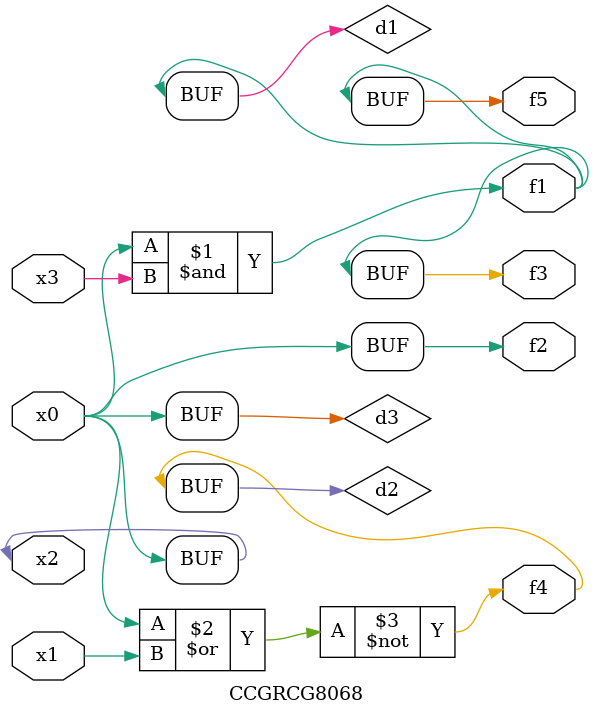
<source format=v>
module CCGRCG8068(
	input x0, x1, x2, x3,
	output f1, f2, f3, f4, f5
);

	wire d1, d2, d3;

	and (d1, x2, x3);
	nor (d2, x0, x1);
	buf (d3, x0, x2);
	assign f1 = d1;
	assign f2 = d3;
	assign f3 = d1;
	assign f4 = d2;
	assign f5 = d1;
endmodule

</source>
